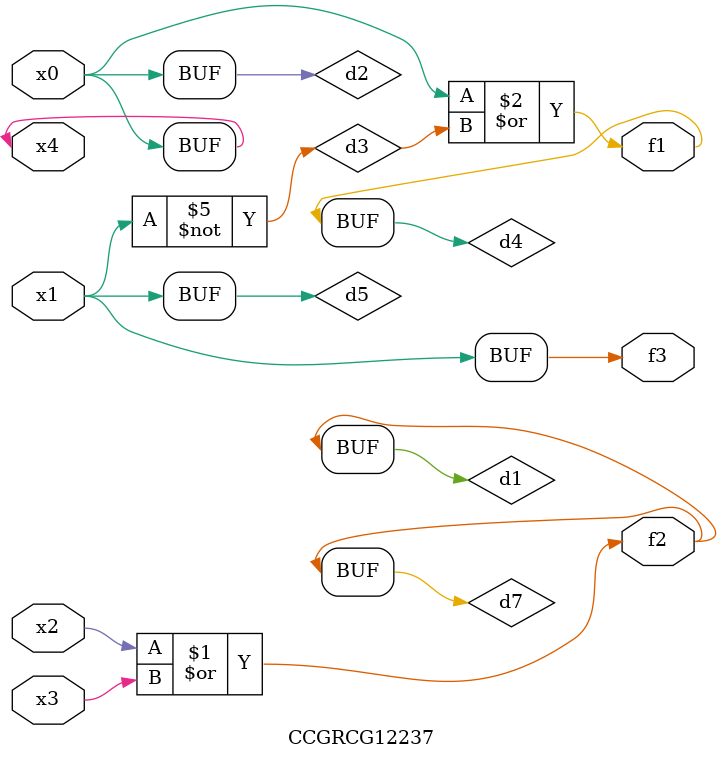
<source format=v>
module CCGRCG12237(
	input x0, x1, x2, x3, x4,
	output f1, f2, f3
);

	wire d1, d2, d3, d4, d5, d6, d7;

	or (d1, x2, x3);
	buf (d2, x0, x4);
	not (d3, x1);
	or (d4, d2, d3);
	not (d5, d3);
	nand (d6, d1, d3);
	or (d7, d1);
	assign f1 = d4;
	assign f2 = d7;
	assign f3 = d5;
endmodule

</source>
